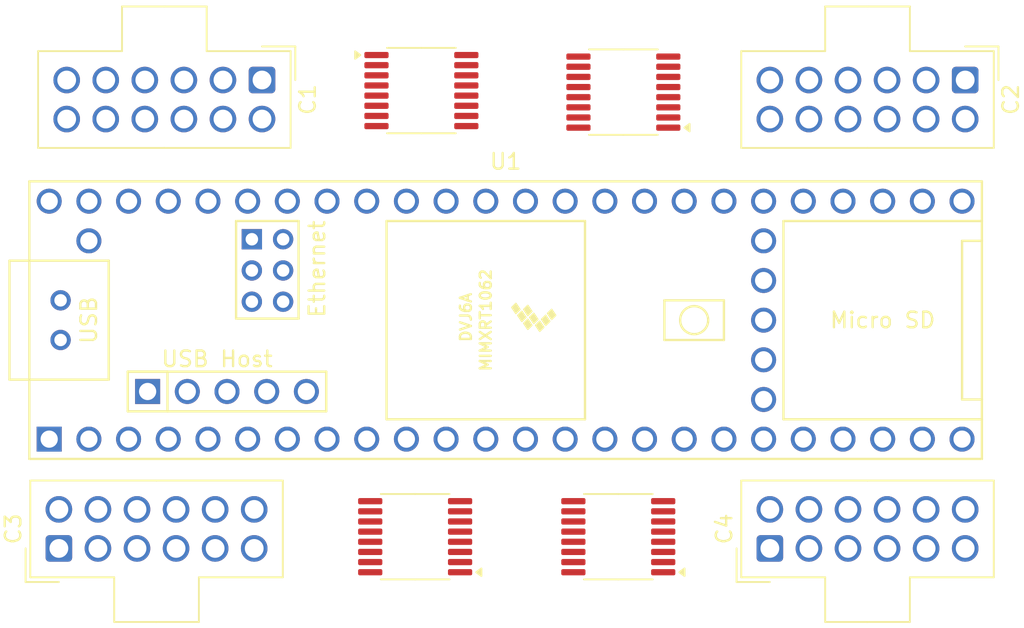
<source format=kicad_pcb>
(kicad_pcb (version 20240108) (generator "pcbnew") (generator_version "8.0")
  (layers (0 "F.Cu" signal) (31 "B.Cu" signal) (34 "B.Paste" user) (35 "F.Paste" user) (36 "B.SilkS" user "B.Silkscreen") (37 "F.SilkS" user "F.Silkscreen") (38 "B.Mask" user) (39 "F.Mask" user) (44 "Edge.Cuts" user))
  (net 0 "")
  (net 48 "Net-(C1-EncAx)")
  (net 51 "Net-(C1-GND)")
  (net 53 "Net-(C1-EncAy)")
  (net 65 "Net-(C1-EncBx)")
  (net 67 "Net-(C1-EncBy)")
  (net 94 "Net-(C1-3v3)")
  (net 98 "Net-(C2-DirBx)")
  (net 100 "Net-(C2-EncAy)")
  (net 102 "Net-(C2-EncBy)")
  (net 104 "Net-(C2-EncAx)")
  (net 109 "Net-(C3-EncBy)")
  (net 110 "Net-(C3-EncBx)")
  (net 111 "Net-(C3-EncAy)")
  (net 114 "Net-(C3-EncAx)")
  (net 118 "Net-(LS4-Bx)")
  (net 120 "Net-(LS4-Ax)")
  (net 121 "Net-(C4-EncAy)")
  (net 122 "Net-(C4-EncBy)")
  (net 125 "Net-(LS1-MISO)")
  (net 126 "Net-(LS1-SS{slash})")
  (net 127 "Net-(LS1-SCK)")
  (net 128 "Net-(LS1-MOSI)")
  (net 129 "Net-(LS2-SS{slash})")
  (net 130 "Net-(LS3-SS{slash})")
  (net 131 "Net-(LS4-SS{slash})")
  (footprint "teensy:Teensy41" (layer "F.Cu") (at 147.59 62.38)
    (property "Reference" "U1")
    (property "Value" "Teensy4.1")
  )
  (footprint "Custom_Components:LS7466" (layer "F.Cu") (at 142 76 180)
    (property "Reference" "LS3" (hide yes))
    (property "Value" "~" (hide yes))
  )
  (footprint "Connector_Molex:Molex_Nano-Fit_105310-xx12_2x06_P2.50mm_Vertical" (layer "F.Cu") (at 177 47 -90)
    (property "Reference" "C2")
    (property "Value" "~")
  )
  (footprint "Connector_Molex:Molex_Nano-Fit_105310-xx12_2x06_P2.50mm_Vertical" (layer "F.Cu") (at 132 47 -90)
    (property "Reference" "C1")
    (property "Value" "~")
  )
  (footprint "Connector_Molex:Molex_Nano-Fit_105310-xx12_2x06_P2.50mm_Vertical" (layer "F.Cu") (at 119 77 90)
    (property "Reference" "C3")
    (property "Value" "~")
  )
  (footprint "Connector_Molex:Molex_Nano-Fit_105310-xx12_2x06_P2.50mm_Vertical" (layer "F.Cu") (at 164.5 77 90)
    (property "Reference" "C4")
    (property "Value" "~")
  )
  (footprint "Custom_Components:LS7466" (layer "F.Cu") (at 142 47.925)
    (property "Reference" "LS1" (hide yes))
    (property "Value" "~" (hide yes))
  )
  (footprint "Custom_Components:LS7466" (layer "F.Cu") (at 155.325 47.525 180)
    (property "Reference" "LS2" (hide yes))
    (property "Value" "~" (hide yes))
  )
  (footprint "Custom_Components:LS7466" (layer "F.Cu") (at 155 76 180)
    (property "Reference" "LS4" (hide yes))
    (property "Value" "~" (hide yes))
  )
)
</source>
